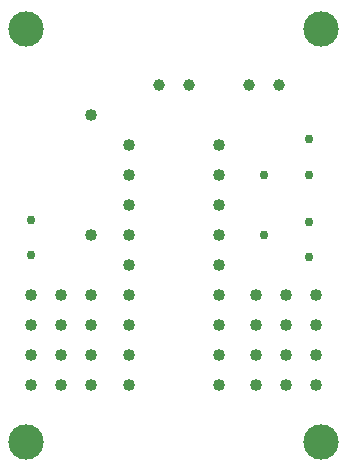
<source format=gbr>
G04 PROTEUS GERBER X2 FILE*
%TF.GenerationSoftware,Labcenter,Proteus,8.15-SP1-Build34318*%
%TF.CreationDate,2023-05-02T06:53:13+00:00*%
%TF.FileFunction,Plated,0,1,PTH*%
%TF.FilePolarity,Positive*%
%TF.Part,Single*%
%TF.SameCoordinates,{7403f1cc-38c4-40a1-b2be-cfcfc0723549}*%
%FSLAX45Y45*%
%MOMM*%
G01*
%TA.AperFunction,OtherDrill,Unknown*%
%ADD19C,1.016000*%
%TA.AperFunction,ComponentDrill*%
%ADD70C,1.016000*%
%TA.AperFunction,ComponentDrill*%
%ADD71C,0.762000*%
%ADD20C,1.000000*%
%TA.AperFunction,OtherDrill,Unknown*%
%ADD21C,3.000000*%
%TD.AperFunction*%
D19*
X-698500Y-254000D03*
X-698500Y-508000D03*
X-698500Y-762000D03*
X-698500Y-1016000D03*
X+698500Y-1016000D03*
X+698500Y-762000D03*
X+698500Y-508000D03*
X+698500Y-254000D03*
X+952500Y-254000D03*
X+1206500Y-254000D03*
D70*
X-381000Y+1016000D03*
X-381000Y+762000D03*
X-381000Y+508000D03*
X-381000Y+254000D03*
X-381000Y+0D03*
X-381000Y-254000D03*
X-381000Y-508000D03*
X-381000Y-762000D03*
X-381000Y-1016000D03*
X+381000Y-1016000D03*
X+381000Y-762000D03*
X+381000Y-508000D03*
X+381000Y-254000D03*
X+381000Y+0D03*
X+381000Y+254000D03*
X+381000Y+508000D03*
X+381000Y+762000D03*
X+381000Y+1016000D03*
D71*
X+762000Y+762000D03*
X+762000Y+254000D03*
X+1143000Y+1062000D03*
X+1143000Y+762000D03*
X+1143000Y+63500D03*
X+1143000Y+363500D03*
X-1206500Y+381000D03*
X-1206500Y+81000D03*
D70*
X-698500Y+254000D03*
X-698500Y+1270000D03*
D20*
X+127000Y+1524000D03*
X-127000Y+1524000D03*
X+889000Y+1524000D03*
X+635000Y+1524000D03*
D19*
X+952500Y-508000D03*
X+1206500Y-508000D03*
X+952500Y-762000D03*
X+1206500Y-762000D03*
X+952500Y-1016000D03*
X+1206500Y-1016000D03*
X-952500Y-254000D03*
X-1206500Y-254000D03*
X-952500Y-508000D03*
X-1206500Y-508000D03*
X-952500Y-762000D03*
X-1206500Y-762000D03*
X-952500Y-1016000D03*
X-1206500Y-1016000D03*
D21*
X-1250000Y-1500000D03*
X+1250000Y-1500000D03*
X-1250000Y+2000000D03*
X+1250000Y+2000000D03*
M02*

</source>
